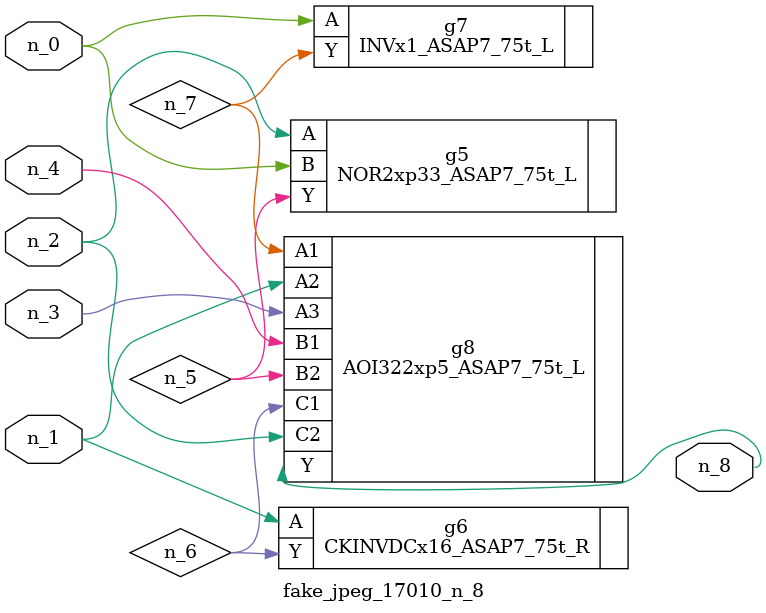
<source format=v>
module fake_jpeg_17010_n_8 (n_3, n_2, n_1, n_0, n_4, n_8);

input n_3;
input n_2;
input n_1;
input n_0;
input n_4;

output n_8;

wire n_6;
wire n_5;
wire n_7;

NOR2xp33_ASAP7_75t_L g5 ( 
.A(n_2),
.B(n_0),
.Y(n_5)
);

CKINVDCx16_ASAP7_75t_R g6 ( 
.A(n_1),
.Y(n_6)
);

INVx1_ASAP7_75t_L g7 ( 
.A(n_0),
.Y(n_7)
);

AOI322xp5_ASAP7_75t_L g8 ( 
.A1(n_7),
.A2(n_1),
.A3(n_3),
.B1(n_4),
.B2(n_5),
.C1(n_6),
.C2(n_2),
.Y(n_8)
);


endmodule
</source>
